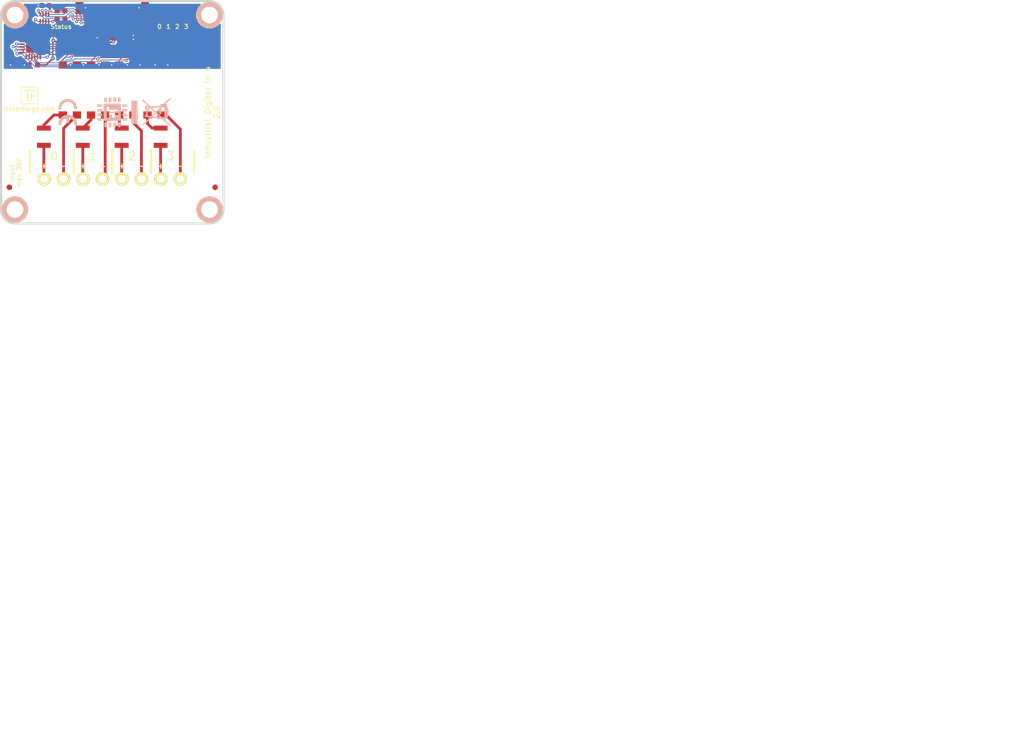
<source format=kicad_pcb>
(kicad_pcb (version 4) (host pcbnew 4.0.7-e2-6376~58~ubuntu17.04.1)
  (title_block (date "21 jan 2013"))
  (layers (0 Front signal hide) (31 Back signal hide) (34 B.Paste user) (35 F.Paste user) (36 B.SilkS user) (37 F.SilkS user) (38 B.Mask user) (39 F.Mask user) (44 Edge.Cuts user))
  (net 0 "")
  (net 1 3V3)
  (net 2 GND)
  (net 3 INPUT1)
  (net 4 INPUT2)
  (net 5 INPUT3)
  (net 6 INPUT4)
  (net 7 "Net-(P1-Pad4)")
  (net 8 "Net-(P1-Pad5)")
  (net 9 "Net-(P1-Pad6)")
  (net 10 "Net-(P2-Pad1)")
  (net 11 "Net-(R1-Pad1)")
  (net 12 "Net-(R2-Pad1)")
  (net 13 "Net-(R3-Pad1)")
  (net 14 "Net-(R4-Pad1)")
  (net 15 "Net-(C2-Pad1)")
  (net 16 "Net-(D1-Pad2)")
  (net 17 "Net-(D2-Pad2)")
  (net 18 "Net-(D3-Pad2)")
  (net 19 "Net-(D4-Pad2)")
  (net 20 "Net-(D5-Pad2)")
  (net 21 "Net-(P3-Pad2)")
  (net 22 "Net-(P4-Pad2)")
  (net 23 "Net-(P4-Pad3)")
  (net 24 "Net-(P4-Pad4)")
  (net 25 "Net-(P4-Pad1)")
  (net 26 "Net-(P4-Pad5)")
  (net 27 "Net-(P4-Pad6)")
  (net 28 "Net-(P4-Pad7)")
  (net 29 "Net-(P4-Pad8)")
  (net 30 "Net-(R5-Pad1)")
  (net 31 S-MISO)
  (net 32 S-CS)
  (net 33 S-CLK)
  (net 34 S-MOSI)
  (net 35 LED3)
  (net 36 LED2)
  (net 37 LED1)
  (net 38 LED0)
  (module kicad-libraries:WEEE_7mm (layer Back) (at 124.8 58.05 90)
    (fp_text reference VAL hide)
    (fp_text value WEEE_7mm hide)
  )
  (module kicad-libraries:CE_5mm (layer Back) (at 109.8 58.05 270)
    (fp_text reference VAL hide)
    (fp_text value CE_5mm hide)
  )
  (module kicad-libraries:Logo_31x31 (layer Front) (at 101.3 53.45)
    (fp_text reference G*** hide)
    (fp_text value Logo_31x31 hide)
  )
  (module kicad-libraries:Fiducial_Mark (layer Front) (at 135.8011 44.54906)
    (fp_text reference Fiducial_Mark hide)
    (fp_text value VAL** hide)
    (pad 1 smd circle (at 0 0) (size 1.00076 1.00076) (layers Front F.Paste F.Mask) (clearance 0.65024))
  )
  (module kicad-libraries:Fiducial_Mark (layer Front) (at 99.3 71.55)
    (fp_text reference Fiducial_Mark hide)
    (fp_text value VAL** hide)
    (pad 1 smd circle (at 0 0) (size 1.00076 1.00076) (layers Front F.Paste F.Mask) (clearance 0.65024))
  )
  (module C0805 (layer Front) (at 119.8 44.55)
    (fp_text reference C1)
    (fp_text value 10uF)
    (pad 1 smd rect (at -1.00076 0) (size 1.00076 1.24968) (layers Front F.Paste F.Mask) (net 1 3V3) (clearance 0.14986))
    (pad 2 smd rect (at 1.00076 0) (size 1.00076 1.24968) (layers Front F.Paste F.Mask) (net 2 GND) (clearance 0.14986))
  )
  (module C0402E (layer Front) (at 105.8 38.85 180)
    (fp_text reference C2)
    (fp_text value 220pF)
    (pad 1 smd rect (at -0.65 0 180) (size 0.7 0.9) (layers Front F.Paste F.Mask) (net 15 "Net-(C2-Pad1)"))
    (pad 2 smd rect (at 0.65 0 180) (size 0.7 0.9) (layers Front F.Paste F.Mask) (net 2 GND))
  )
  (module C0603F (layer Front) (at 116.6 44.65 180)
    (fp_text reference C3)
    (fp_text value 1uF)
    (pad 1 smd rect (at -0.75 0 180) (size 0.9 0.9) (layers Front F.Paste F.Mask) (net 1 3V3))
    (pad 2 smd rect (at 0.75 0 180) (size 0.9 0.9) (layers Front F.Paste F.Mask) (net 2 GND))
  )
  (module C0603F (layer Front) (at 103.6 49.55 180)
    (fp_text reference C4)
    (fp_text value 100nF)
    (pad 1 smd rect (at -0.75 0 180) (size 0.9 0.9) (layers Front F.Paste F.Mask) (net 1 3V3))
    (pad 2 smd rect (at 0.75 0 180) (size 0.9 0.9) (layers Front F.Paste F.Mask) (net 2 GND))
  )
  (module D0603F (layer Front) (at 109.3 40.55 90)
    (fp_text reference D1)
    (fp_text value blue)
    (pad 1 smd rect (at -0.75 0 90) (size 0.9 0.9) (layers Front F.Paste F.Mask) (net 1 3V3))
    (pad 2 smd rect (at 0.75 0 90) (size 0.9 0.9) (layers Front F.Paste F.Mask) (net 16 "Net-(D1-Pad2)"))
  )
  (module D0603F (layer Front) (at 126.3 40.55 270)
    (fp_text reference D2)
    (fp_text value green)
    (pad 1 smd rect (at -0.75 0 270) (size 0.9 0.9) (layers Front F.Paste F.Mask) (net 1 3V3))
    (pad 2 smd rect (at 0.75 0 270) (size 0.9 0.9) (layers Front F.Paste F.Mask) (net 17 "Net-(D2-Pad2)"))
  )
  (module D0603F (layer Front) (at 127.9 40.55 270)
    (fp_text reference D3)
    (fp_text value green)
    (pad 1 smd rect (at -0.75 0 270) (size 0.9 0.9) (layers Front F.Paste F.Mask) (net 1 3V3))
    (pad 2 smd rect (at 0.75 0 270) (size 0.9 0.9) (layers Front F.Paste F.Mask) (net 18 "Net-(D3-Pad2)"))
  )
  (module D0603F (layer Front) (at 129.5 40.55 270)
    (fp_text reference D4)
    (fp_text value green)
    (pad 1 smd rect (at -0.75 0 270) (size 0.9 0.9) (layers Front F.Paste F.Mask) (net 1 3V3))
    (pad 2 smd rect (at 0.75 0 270) (size 0.9 0.9) (layers Front F.Paste F.Mask) (net 19 "Net-(D4-Pad2)"))
  )
  (module D0603F (layer Front) (at 131.1 40.55 270)
    (fp_text reference D5)
    (fp_text value green)
    (pad 1 smd rect (at -0.75 0 270) (size 0.9 0.9) (layers Front F.Paste F.Mask) (net 1 3V3))
    (pad 2 smd rect (at 0.75 0 270) (size 0.9 0.9) (layers Front F.Paste F.Mask) (net 20 "Net-(D5-Pad2)"))
  )
  (module CON-SENSOR2 (layer Front) (at 117.80012 38.0492 180)
    (fp_text reference P1)
    (fp_text value CON-SENSOR2)
    (pad 1 smd rect (at -3.75 -4.6 180) (size 0.6 1.8) (layers Front F.Paste F.Mask))
    (pad 2 smd rect (at -2.5 -4.6 180) (size 0.6 1.8) (layers Front F.Paste F.Mask) (net 2 GND))
    (pad EP smd rect (at -5.9 -1.2 180) (size 1.4 2.4) (layers Front F.Paste F.Mask) (net 2 GND))
    (pad EP smd rect (at 5.9 -1.2 180) (size 1.4 2.4) (layers Front F.Paste F.Mask) (net 2 GND))
    (pad 3 smd rect (at -1.25 -4.6 180) (size 0.6 1.8) (layers Front F.Paste F.Mask) (net 1 3V3))
    (pad 4 smd rect (at 0 -4.6 180) (size 0.6 1.8) (layers Front F.Paste F.Mask) (net 7 "Net-(P1-Pad4)"))
    (pad 5 smd rect (at 1.25 -4.6 180) (size 0.6 1.8) (layers Front F.Paste F.Mask) (net 8 "Net-(P1-Pad5)"))
    (pad 6 smd rect (at 2.5 -4.6 180) (size 0.6 1.8) (layers Front F.Paste F.Mask) (net 9 "Net-(P1-Pad6)"))
    (pad 7 smd rect (at 3.75 -4.6 180) (size 0.6 1.8) (layers Front F.Paste F.Mask) (net 15 "Net-(C2-Pad1)"))
  )
  (module kicad-libraries:DEBUG_PAD (layer Front) (at 99.8 44.45)
    (fp_text reference P2)
    (fp_text value DEBUG)
    (pad 1 smd circle (at 0 0) (size 0.7 0.7) (layers Front F.Paste F.Mask) (net 10 "Net-(P2-Pad1)"))
  )
  (module kicad-libraries:SolderJumper (layer Front) (at 100.6 49.05 90)
    (fp_text reference P3)
    (fp_text value BOOT)
    (pad 2 smd rect (at 0.55 0 90) (size 0.3 1.4) (layers Front F.Mask) (net 21 "Net-(P3-Pad2)"))
    (pad 2 smd rect (at 0.15 0 90) (size 0.6 0.5) (layers Front F.Mask) (net 21 "Net-(P3-Pad2)"))
    (pad 1 smd rect (at -0.5 0 90) (size 0.4 1.4) (layers Front F.Mask) (net 2 GND))
    (pad 1 smd rect (at -0.225 0.55 90) (size 0.95 0.3) (layers Front F.Mask) (net 2 GND))
    (pad 1 smd rect (at -0.225 -0.55 90) (size 0.95 0.3) (layers Front F.Mask) (net 2 GND))
  )
  (module OQ_8P (layer Front) (at 117.8 70.05)
    (fp_text reference P4)
    (fp_text value "Digital Input")
    (pad 2 thru_hole circle (at -8.7503 0) (size 2.4003 2.4003) (drill 1.39954) (layers *.Cu *.Mask F.SilkS) (net 22 "Net-(P4-Pad2)"))
    (pad 3 thru_hole circle (at -5.25018 0) (size 2.4003 2.4003) (drill 1.39954) (layers *.Cu *.Mask F.SilkS) (net 23 "Net-(P4-Pad3)"))
    (pad 4 thru_hole circle (at -1.75006 0) (size 2.4003 2.4003) (drill 1.39954) (layers *.Cu *.Mask F.SilkS) (net 24 "Net-(P4-Pad4)"))
    (pad 1 thru_hole circle (at -12.25042 0) (size 2.4003 2.4003) (drill 1.39954) (layers *.Cu *.Mask F.SilkS) (net 25 "Net-(P4-Pad1)"))
    (pad 5 thru_hole circle (at 1.75006 0) (size 2.4003 2.4003) (drill 1.39954) (layers *.Cu *.Mask F.SilkS) (net 26 "Net-(P4-Pad5)"))
    (pad 6 thru_hole circle (at 5.25018 0) (size 2.4003 2.4003) (drill 1.39954) (layers *.Cu *.Mask F.SilkS) (net 27 "Net-(P4-Pad6)"))
    (pad 7 thru_hole circle (at 8.7503 0) (size 2.4003 2.4003) (drill 1.39954) (layers *.Cu *.Mask F.SilkS) (net 28 "Net-(P4-Pad7)"))
    (pad 8 thru_hole circle (at 12.25042 0) (size 2.4003 2.4003) (drill 1.39954) (layers *.Cu *.Mask F.SilkS) (net 29 "Net-(P4-Pad8)"))
  )
  (module R0603F (layer Front) (at 107.9 40.55 90)
    (fp_text reference R1)
    (fp_text value 1k)
    (pad 1 smd rect (at -0.75 0 90) (size 0.9 0.9) (layers Front F.Paste F.Mask) (net 11 "Net-(R1-Pad1)"))
    (pad 2 smd rect (at 0.75 0 90) (size 0.9 0.9) (layers Front F.Paste F.Mask) (net 16 "Net-(D1-Pad2)"))
  )
  (module R1210 (layer Front) (at 105.5 62.45 270)
    (fp_text reference R2)
    (fp_text value 4.7k)
    (pad 1 smd rect (at -1.5494 0 270) (size 0.89916 2.49936) (layers Front F.Paste F.Mask) (net 12 "Net-(R2-Pad1)") (clearance 0.14986))
    (pad 2 smd rect (at 1.5494 0 270) (size 0.89916 2.49936) (layers Front F.Paste F.Mask) (net 25 "Net-(P4-Pad1)") (clearance 0.14986))
  )
  (module R1210 (layer Front) (at 112.5 62.45 270)
    (fp_text reference R3)
    (fp_text value 4.7k)
    (pad 1 smd rect (at -1.5494 0 270) (size 0.89916 2.49936) (layers Front F.Paste F.Mask) (net 13 "Net-(R3-Pad1)") (clearance 0.14986))
    (pad 2 smd rect (at 1.5494 0 270) (size 0.89916 2.49936) (layers Front F.Paste F.Mask) (net 23 "Net-(P4-Pad3)") (clearance 0.14986))
  )
  (module R1210 (layer Front) (at 119.5 62.45 270)
    (fp_text reference R4)
    (fp_text value 4.7k)
    (pad 1 smd rect (at -1.5494 0 270) (size 0.89916 2.49936) (layers Front F.Paste F.Mask) (net 14 "Net-(R4-Pad1)") (clearance 0.14986))
    (pad 2 smd rect (at 1.5494 0 270) (size 0.89916 2.49936) (layers Front F.Paste F.Mask) (net 26 "Net-(P4-Pad5)") (clearance 0.14986))
  )
  (module R1210 (layer Front) (at 126.5 62.45 270)
    (fp_text reference R5)
    (fp_text value 4.7k)
    (pad 1 smd rect (at -1.5494 0 270) (size 0.89916 2.49936) (layers Front F.Paste F.Mask) (net 30 "Net-(R5-Pad1)") (clearance 0.14986))
    (pad 2 smd rect (at 1.5494 0 270) (size 0.89916 2.49936) (layers Front F.Paste F.Mask) (net 28 "Net-(P4-Pad7)") (clearance 0.14986))
  )
  (module 4X0402 (layer Front) (at 105.6 41.05)
    (fp_text reference RP1)
    (fp_text value 82)
    (pad 1 smd rect (at -0.7493 0.575 180) (size 0.29972 0.65) (layers Front F.Paste F.Mask) (net 32 S-CS))
    (pad 2 smd rect (at -0.24892 0.575 180) (size 0.29972 0.65) (layers Front F.Paste F.Mask) (net 33 S-CLK))
    (pad 3 smd rect (at 0.24892 0.575 180) (size 0.29972 0.65) (layers Front F.Paste F.Mask) (net 34 S-MOSI))
    (pad 4 smd rect (at 0.7493 0.575 180) (size 0.29972 0.65) (layers Front F.Paste F.Mask) (net 31 S-MISO))
    (pad 5 smd rect (at 0.7493 -0.575) (size 0.29972 0.65) (layers Front F.Paste F.Mask) (net 15 "Net-(C2-Pad1)"))
    (pad 6 smd rect (at 0.24892 -0.575) (size 0.29972 0.65) (layers Front F.Paste F.Mask) (net 9 "Net-(P1-Pad6)"))
    (pad 7 smd rect (at -0.24892 -0.575) (size 0.29972 0.65) (layers Front F.Paste F.Mask) (net 8 "Net-(P1-Pad5)"))
    (pad 8 smd rect (at -0.7493 -0.575) (size 0.29972 0.65) (layers Front F.Paste F.Mask) (net 7 "Net-(P1-Pad4)"))
  )
  (module 0603X4 (layer Front) (at 124.7 45.55 90)
    (fp_text reference RP2)
    (fp_text value 1k)
    (pad 1 smd rect (at 1.19888 -0.8509 90) (size 0.44958 0.89916) (layers Front F.Paste F.Mask) (net 38 LED0))
    (pad 2 smd rect (at 0.39878 -0.8509 90) (size 0.44958 0.89916) (layers Front F.Paste F.Mask) (net 37 LED1))
    (pad 3 smd rect (at -0.39878 -0.8509 90) (size 0.44958 0.89916) (layers Front F.Paste F.Mask) (net 36 LED2))
    (pad 4 smd rect (at -1.19888 -0.8509 90) (size 0.44958 0.89916) (layers Front F.Paste F.Mask) (net 35 LED3))
    (pad 5 smd rect (at -1.19888 0.8509 90) (size 0.44958 0.89916) (layers Front F.Paste F.Mask) (net 20 "Net-(D5-Pad2)"))
    (pad 6 smd rect (at -0.39878 0.8509 90) (size 0.44958 0.89916) (layers Front F.Paste F.Mask) (net 19 "Net-(D4-Pad2)"))
    (pad 7 smd rect (at 0.39878 0.8509 90) (size 0.44958 0.89916) (layers Front F.Paste F.Mask) (net 18 "Net-(D3-Pad2)"))
    (pad 8 smd rect (at 1.19888 0.8509 90) (size 0.44958 0.89916) (layers Front F.Paste F.Mask) (net 17 "Net-(D2-Pad2)"))
  )
  (module 0603X4 (layer Front) (at 130.1 48.35 90)
    (fp_text reference RP3)
    (fp_text value 10k)
    (pad 1 smd rect (at 1.19888 -0.8509 90) (size 0.44958 0.89916) (layers Front F.Paste F.Mask) (net 3 INPUT1))
    (pad 2 smd rect (at 0.39878 -0.8509 90) (size 0.44958 0.89916) (layers Front F.Paste F.Mask) (net 4 INPUT2))
    (pad 3 smd rect (at -0.39878 -0.8509 90) (size 0.44958 0.89916) (layers Front F.Paste F.Mask) (net 5 INPUT3))
    (pad 4 smd rect (at -1.19888 -0.8509 90) (size 0.44958 0.89916) (layers Front F.Paste F.Mask) (net 6 INPUT4))
    (pad 5 smd rect (at -1.19888 0.8509 90) (size 0.44958 0.89916) (layers Front F.Paste F.Mask) (net 1 3V3))
    (pad 6 smd rect (at -0.39878 0.8509 90) (size 0.44958 0.89916) (layers Front F.Paste F.Mask) (net 1 3V3))
    (pad 7 smd rect (at 0.39878 0.8509 90) (size 0.44958 0.89916) (layers Front F.Paste F.Mask) (net 1 3V3))
    (pad 8 smd rect (at 1.19888 0.8509 90) (size 0.44958 0.89916) (layers Front F.Paste F.Mask) (net 1 3V3))
  )
  (module kicad-libraries:QFN24-4x4mm-0.5mm (layer Front) (at 103.6 46.05)
    (fp_text reference U1)
    (fp_text value XMC1XXX24)
    (pad 1 smd oval (at -2.025 -1.25) (size 1 0.3) (layers Front F.Paste F.Mask) (net 10 "Net-(P2-Pad1)"))
    (pad 2 smd oval (at -2.025 -0.75) (size 1 0.3) (layers Front F.Paste F.Mask))
    (pad 3 smd oval (at -2.025 -0.25) (size 1 0.3) (layers Front F.Paste F.Mask) (net 3 INPUT1))
    (pad 4 smd oval (at -2.025 0.25) (size 1 0.3) (layers Front F.Paste F.Mask) (net 4 INPUT2))
    (pad 5 smd oval (at -2.025 0.75) (size 1 0.3) (layers Front F.Paste F.Mask) (net 5 INPUT3))
    (pad 6 smd oval (at -2.025 1.25) (size 1 0.3) (layers Front F.Paste F.Mask) (net 6 INPUT4))
    (pad 7 smd oval (at -1.25 2.025 90) (size 1 0.3) (layers Front F.Paste F.Mask) (net 21 "Net-(P3-Pad2)"))
    (pad 8 smd oval (at -0.75 2.025 90) (size 1 0.3) (layers Front F.Paste F.Mask))
    (pad 9 smd oval (at -0.25 2.025 90) (size 1 0.3) (layers Front F.Paste F.Mask) (net 2 GND))
    (pad 10 smd oval (at 0.25 2.025 90) (size 1 0.3) (layers Front F.Paste F.Mask) (net 1 3V3))
    (pad 11 smd oval (at 0.75 2.025 90) (size 1 0.3) (layers Front F.Paste F.Mask))
    (pad 12 smd oval (at 1.25 2.025 90) (size 1 0.3) (layers Front F.Paste F.Mask))
    (pad 13 smd oval (at 2.025 1.25) (size 1 0.3) (layers Front F.Paste F.Mask) (net 35 LED3))
    (pad 14 smd oval (at 2.025 0.75) (size 1 0.3) (layers Front F.Paste F.Mask) (net 36 LED2))
    (pad 15 smd oval (at 2.025 0.25) (size 1 0.3) (layers Front F.Paste F.Mask) (net 37 LED1))
    (pad 16 smd oval (at 2.025 -0.25) (size 1 0.3) (layers Front F.Paste F.Mask) (net 38 LED0))
    (pad 17 smd oval (at 2.025 -0.75) (size 1 0.3) (layers Front F.Paste F.Mask) (net 31 S-MISO))
    (pad 18 smd oval (at 2.025 -1.25) (size 1 0.3) (layers Front F.Paste F.Mask) (net 34 S-MOSI))
    (pad 19 smd oval (at 1.25 -2.025 90) (size 1 0.3) (layers Front F.Paste F.Mask) (net 33 S-CLK))
    (pad 20 smd oval (at 0.75 -2.025 90) (size 1 0.3) (layers Front F.Paste F.Mask) (net 32 S-CS))
    (pad 21 smd oval (at 0.25 -2.025 90) (size 1 0.3) (layers Front F.Paste F.Mask) (net 11 "Net-(R1-Pad1)"))
    (pad 22 smd oval (at -0.25 -2.025 90) (size 1 0.3) (layers Front F.Paste F.Mask))
    (pad 23 smd oval (at -0.75 -2.025 90) (size 1 0.3) (layers Front F.Paste F.Mask))
    (pad 24 smd oval (at -1.25 -2.025 90) (size 1 0.3) (layers Front F.Paste F.Mask))
    (pad EXP smd rect (at 0.65 0.65) (size 1.3 1.3) (layers Front F.Paste F.Mask) (net 2 GND))
    (pad EXP smd rect (at 0.65 -0.65) (size 1.3 1.3) (layers Front F.Paste F.Mask) (net 2 GND))
    (pad EXP smd rect (at -0.65 0.65) (size 1.3 1.3) (layers Front F.Paste F.Mask) (net 2 GND))
    (pad EXP smd rect (at -0.65 -0.65) (size 1.3 1.3) (layers Front F.Paste F.Mask) (net 2 GND))
  )
  (module OPTO-SMD16 (layer Front) (at 117.8 54.05)
    (fp_text reference U2)
    (fp_text value LTV846S)
    (pad 1 smd rect (at -8.88746 4.49834 180) (size 1.4986 1.29794) (layers Front F.Paste F.Mask) (net 12 "Net-(R2-Pad1)"))
    (pad 2 smd rect (at -6.34746 4.49834 180) (size 1.4986 1.29794) (layers Front F.Paste F.Mask) (net 22 "Net-(P4-Pad2)"))
    (pad 3 smd rect (at -3.80746 4.49834 180) (size 1.4986 1.29794) (layers Front F.Paste F.Mask) (net 13 "Net-(R3-Pad1)"))
    (pad 4 smd rect (at -1.26746 4.49834 180) (size 1.4986 1.29794) (layers Front F.Paste F.Mask) (net 24 "Net-(P4-Pad4)"))
    (pad 5 smd rect (at 1.26746 4.49834 180) (size 1.4986 1.29794) (layers Front F.Paste F.Mask) (net 14 "Net-(R4-Pad1)"))
    (pad 6 smd rect (at 3.80746 4.49834 180) (size 1.4986 1.29794) (layers Front F.Paste F.Mask) (net 27 "Net-(P4-Pad6)"))
    (pad 7 smd rect (at 6.34746 4.49834 180) (size 1.4986 1.29794) (layers Front F.Paste F.Mask) (net 30 "Net-(R5-Pad1)"))
    (pad 8 smd rect (at 8.88746 4.49834 180) (size 1.4986 1.29794) (layers Front F.Paste F.Mask) (net 29 "Net-(P4-Pad8)"))
    (pad 9 smd rect (at 8.88746 -4.49834) (size 1.4986 1.29794) (layers Front F.Paste F.Mask) (net 2 GND))
    (pad 10 smd rect (at 6.34746 -4.49834) (size 1.4986 1.29794) (layers Front F.Paste F.Mask) (net 6 INPUT4))
    (pad 11 smd rect (at 3.80746 -4.49834) (size 1.4986 1.29794) (layers Front F.Paste F.Mask) (net 2 GND))
    (pad 12 smd rect (at 1.26746 -4.49834) (size 1.4986 1.29794) (layers Front F.Paste F.Mask) (net 5 INPUT3))
    (pad 13 smd rect (at -1.26746 -4.49834) (size 1.4986 1.29794) (layers Front F.Paste F.Mask) (net 2 GND))
    (pad 14 smd rect (at -3.80746 -4.49834) (size 1.4986 1.29794) (layers Front F.Paste F.Mask) (net 4 INPUT2))
    (pad 15 smd rect (at -6.34746 -4.49834) (size 1.4986 1.29794) (layers Front F.Paste F.Mask) (net 2 GND))
    (pad 16 smd rect (at -8.88746 -4.49834) (size 1.4986 1.29794) (layers Front F.Paste F.Mask) (net 3 INPUT1))
  )
  (module DRILL_NP (layer Front) (at 100.29952 40.5511)
    (fp_text reference U3 hide)
    (fp_text value DRILL hide)
    (pad "" np_thru_hole circle (at 0 0) (size 2.99974 2.99974) (drill 2.99974) (layers *.Cu *.Mask F.SilkS) (clearance 0.89916))
  )
  (module DRILL_NP (layer Front) (at 135.30072 40.5511)
    (fp_text reference U4 hide)
    (fp_text value DRILL hide)
    (pad "" np_thru_hole circle (at 0 0) (size 2.99974 2.99974) (drill 2.99974) (layers *.Cu *.Mask F.SilkS) (clearance 0.89916))
  )
  (module DRILL_NP (layer Front) (at 135.30072 75.54976)
    (fp_text reference U5 hide)
    (fp_text value DRILL hide)
    (pad "" np_thru_hole circle (at 0 0) (size 2.99974 2.99974) (drill 2.99974) (layers *.Cu *.Mask F.SilkS) (clearance 0.89916))
  )
  (module DRILL_NP (layer Front) (at 100.29952 75.54976)
    (fp_text reference U6 hide)
    (fp_text value DRILL hide)
    (pad "" np_thru_hole circle (at 0 0) (size 2.99974 2.99974) (drill 2.99974) (layers *.Cu *.Mask F.SilkS) (clearance 0.89916))
  )
  (module kicad-libraries:Logo_CoMCU (layer Back) (at 117.8 58.05 270)
    (fp_text reference G*** hide)
    (fp_text value LOGO hide)
  )
  (module kicad-libraries:Fiducial_Mark (layer Front) (at 136.3 71.55)
    (fp_text reference Fiducial_Mark hide)
    (fp_text value VAL** hide)
    (pad 1 smd circle (at 0 0) (size 1.00076 1.00076) (layers Front F.Paste F.Mask) (clearance 0.65024))
  )
  (gr_text 3 (at 131.1 42.65) (layer F.SilkS) (effects (font (size 0.8001 0.8001) (thickness 0.14986))))
  (gr_text 2 (at 129.5 42.65) (layer F.SilkS) (effects (font (size 0.8001 0.8001) (thickness 0.14986))))
  (gr_text 1 (at 127.9 42.65) (layer F.SilkS) (effects (font (size 0.8001 0.8001) (thickness 0.14986))))
  (gr_text 0 (at 126.3 42.65) (layer F.SilkS) (effects (font (size 0.8001 0.8001) (thickness 0.14986))))
  (gr_text Status (at 108.6 42.65) (layer F.SilkS) (effects (font (size 0.8001 0.8001) (thickness 0.14986))))
  (gr_text "Input\nmax 36V" (at 100.4 68.95 90) (layer F.SilkS) (effects (font (size 0.8001 0.8001) (thickness 0.14986))))
  (gr_line (start 132.5499 68.84924) (end 132.5499 64.84874) (angle 90) (layer F.SilkS) (width 0.381))
  (gr_line (start 103.05034 68.84924) (end 103.05034 64.84874) (angle 90) (layer F.SilkS) (width 0.381))
  (gr_line (start 124.80036 68.84924) (end 124.80036 64.84874) (angle 90) (layer F.SilkS) (width 0.381))
  (gr_line (start 117.80012 68.84924) (end 117.80012 64.84874) (angle 90) (layer F.SilkS) (width 0.381))
  (gr_line (start 110.85068 68.84924) (end 110.85068 64.84874) (angle 90) (layer F.SilkS) (width 0.381))
  (gr_text 3 (at 128.30048 65.94856) (layer F.SilkS) (effects (font (size 1.50114 1.50114) (thickness 0.20066))))
  (gr_text 2 (at 121.35104 65.94856) (layer F.SilkS) (effects (font (size 1.50114 1.50114) (thickness 0.20066))))
  (gr_text 1 (at 114.3 65.94856) (layer F.SilkS) (effects (font (size 1.50114 1.50114) (thickness 0.20066))))
  (gr_text - (at 130.05054 67.69862) (layer F.SilkS) (effects (font (size 1.00076 1.00076) (thickness 0.20066))))
  (gr_text + (at 126.55042 67.69862) (layer F.SilkS) (effects (font (size 1.00076 1.00076) (thickness 0.20066))))
  (gr_text - (at 123.0503 67.69862) (layer F.SilkS) (effects (font (size 1.00076 1.00076) (thickness 0.20066))))
  (gr_text + (at 119.55018 67.69862) (layer F.SilkS) (effects (font (size 1.00076 1.00076) (thickness 0.20066))))
  (gr_text - (at 116.05006 67.74942) (layer F.SilkS) (effects (font (size 1.00076 1.00076) (thickness 0.20066))))
  (gr_text + (at 112.54994 67.69862) (layer F.SilkS) (effects (font (size 1.00076 1.00076) (thickness 0.20066))))
  (gr_text - (at 109.04982 67.69862) (layer F.SilkS) (effects (font (size 1.00076 1.00076) (thickness 0.20066))))
  (gr_text + (at 105.5497 67.69862) (layer F.SilkS) (effects (font (size 1.00076 1.00076) (thickness 0.20066))))
  (gr_text 0 (at 107.35056 65.94856) (layer F.SilkS) (effects (font (size 1.50114 1.50114) (thickness 0.20066))))
  (gr_text tinkerforge.com (at 102.9 57.45) (layer F.SilkS) (effects (font (size 0.8001 0.8001) (thickness 0.14986))))
  (gr_text "Industrial Digital In 4\n2.0" (at 135.8 58.05 90) (layer F.SilkS) (effects (font (size 1 1))))
  (gr_arc (start 100.29952 40.5511) (end 97.80016 40.5511) (angle 90) (layer Edge.Cuts) (width 0.381))
  (gr_arc (start 100.29952 75.54976) (end 100.29952 78.04912) (angle 90) (layer Edge.Cuts) (width 0.381))
  (gr_arc (start 135.29818 75.54976) (end 137.80008 75.54976) (angle 90) (layer Edge.Cuts) (width 0.381))
  (gr_arc (start 135.29818 40.5511) (end 135.29818 38.0492) (angle 90) (layer Edge.Cuts) (width 0.381))
  (gr_line (start 97.80016 40.5511) (end 97.80016 75.54976) (angle 90) (layer Edge.Cuts) (width 0.381))
  (gr_line (start 135.30072 38.0492) (end 100.29952 38.0492) (angle 90) (layer Edge.Cuts) (width 0.381))
  (gr_line (start 137.80262 75.54976) (end 137.80262 40.5511) (angle 90) (layer Edge.Cuts) (width 0.381))
  (gr_line (start 100.29952 78.04912) (end 135.30072 78.04912) (angle 90) (layer Edge.Cuts) (width 0.381))
  (segment (start 130.9509 48.74878) (end 131.80122 48.74878) (width 0.29972) (layer Front) (net 1))
  (segment (start 131.80122 48.74878) (end 132.3 48.25) (width 0.29972) (layer Front) (net 1))
  (segment (start 130.9509 47.95122) (end 131.89878 47.95122) (width 0.29972) (layer Front) (net 1))
  (segment (start 131.89878 47.95122) (end 132.3 47.55) (width 0.29972) (layer Front) (net 1))
  (segment (start 130.9509 47.15112) (end 131.89888 47.15112) (width 0.29972) (layer Front) (net 1))
  (segment (start 131.89888 47.15112) (end 132.3 46.75) (width 0.29972) (layer Front) (net 1))
  (segment (start 130.9509 49.54888) (end 131.70112 49.54888) (width 0.29972) (layer Front) (net 1))
  (segment (start 131.65 39.8) (end 131.1 39.8) (width 0.29972) (layer Front) (net 1))
  (segment (start 132.3 40.45) (end 131.65 39.8) (width 0.29972) (layer Front) (net 1))
  (segment (start 132.3 48.95) (end 132.3 48.25) (width 0.29972) (layer Front) (net 1))
  (segment (start 132.3 48.25) (end 132.3 47.55) (width 0.29972) (layer Front) (net 1))
  (segment (start 132.3 47.55) (end 132.3 46.75) (width 0.29972) (layer Front) (net 1))
  (segment (start 132.3 46.75) (end 132.3 40.45) (width 0.29972) (layer Front) (net 1))
  (segment (start 131.70112 49.54888) (end 132.3 48.95) (width 0.29972) (layer Front) (net 1))
  (segment (start 131.1 39.8) (end 129.5 39.8) (width 0.29972) (layer Front) (net 1))
  (segment (start 127.9 39.8) (end 129.5 39.8) (width 0.29972) (layer Front) (net 1))
  (segment (start 126.3 39.8) (end 127.9 39.8) (width 0.29972) (layer Front) (net 1))
  (segment (start 119.05012 42.6492) (end 119.05012 41.49988) (width 0.29972) (layer Front) (net 1))
  (segment (start 125.55 39.8) (end 126.3 39.8) (width 0.29972) (layer Front) (net 1))
  (segment (start 124.3 41.05) (end 125.55 39.8) (width 0.29972) (layer Front) (net 1))
  (segment (start 119.5 41.05) (end 124.3 41.05) (width 0.29972) (layer Front) (net 1))
  (segment (start 119.05012 41.49988) (end 119.5 41.05) (width 0.29972) (layer Front) (net 1))
  (segment (start 109.3 41.3) (end 109.3 42.05) (width 0.14986) (layer Front) (net 1))
  (segment (start 107.2 44.15) (end 107.2 45.15) (width 0.14986) (layer Front) (net 1))
  (segment (start 109.3 42.05) (end 107.2 44.15) (width 0.14986) (layer Front) (net 1))
  (segment (start 103.85 48.075) (end 103.85 48.7) (width 0.14986) (layer Front) (net 1))
  (segment (start 103.85 48.7) (end 104.35 49.2) (width 0.14986) (layer Front) (net 1))
  (segment (start 104.35 49.2) (end 104.35 49.55) (width 0.14986) (layer Front) (net 1))
  (segment (start 107.1 48.35) (end 107.1 45.25) (width 0.29972) (layer Back) (net 1))
  (via (at 118 45.35) (size 0.7) (drill 0.25) (layers Front Back) (net 1))
  (segment (start 118 44.65) (end 118 45.35) (width 0.50038) (layer Front) (net 1))
  (segment (start 105.9 49.55) (end 107.1 48.35) (width 0.29972) (layer Front) (net 1))
  (via (at 107.1 48.35) (size 0.7) (drill 0.25) (layers Front Back) (net 1))
  (segment (start 105.9 49.55) (end 104.35 49.55) (width 0.29972) (layer Front) (net 1))
  (segment (start 117.9 45.45) (end 118 45.35) (width 0.29972) (layer Front) (net 1))
  (segment (start 115.2 45.45) (end 117.9 45.45) (width 0.29972) (layer Front) (net 1))
  (segment (start 115.1 45.35) (end 115.2 45.45) (width 0.29972) (layer Front) (net 1))
  (segment (start 107.4 45.35) (end 115.1 45.35) (width 0.29972) (layer Front) (net 1))
  (segment (start 107.2 45.15) (end 107.4 45.35) (width 0.29972) (layer Front) (net 1))
  (via (at 107.2 45.15) (size 0.7) (drill 0.25) (layers Front Back) (net 1))
  (segment (start 107.1 45.25) (end 107.2 45.15) (width 0.29972) (layer Back) (net 1))
  (segment (start 117.35 44.65) (end 118 44.65) (width 0.50038) (layer Front) (net 1))
  (segment (start 118 44.65) (end 118.1 44.65) (width 0.50038) (layer Front) (net 1))
  (segment (start 118.1 44.65) (end 118.69924 44.65) (width 0.50038) (layer Front) (net 1))
  (segment (start 118.69924 44.65) (end 118.79924 44.55) (width 0.50038) (layer Front) (net 1))
  (segment (start 119.05012 42.6492) (end 119.05012 44.29912) (width 0.50038) (layer Front) (net 1))
  (segment (start 119.05012 44.29912) (end 118.79924 44.55) (width 0.50038) (layer Front) (net 1))
  (segment (start 100.6 49.55) (end 101.1 49.55) (width 0.14986) (layer Front) (net 2))
  (segment (start 101.1 49.55) (end 101.1 49.25) (width 0.14986) (layer Front) (net 2))
  (segment (start 101.1 49.25) (end 101.15 49.275) (width 0.14986) (layer Front) (net 2))
  (segment (start 100.05 49.275) (end 100.05 49.55) (width 0.14986) (layer Front) (net 2))
  (segment (start 100.05 49.55) (end 100.6 49.55) (width 0.14986) (layer Front) (net 2))
  (segment (start 105.15 38.85) (end 104.5 38.85) (width 0.29972) (layer Front) (net 2))
  (via (at 104.5 38.85) (size 0.7) (drill 0.25) (layers Front Back) (net 2))
  (segment (start 100.6 49.55) (end 99.5 49.55) (width 0.14986) (layer Front) (net 2))
  (via (at 99.5 49.55) (size 0.7) (drill 0.25) (layers Front Back) (net 2))
  (segment (start 104.25 45.4) (end 104.25 46.7) (width 0.14986) (layer Front) (net 2))
  (segment (start 102.95 45.4) (end 104.25 45.4) (width 0.14986) (layer Front) (net 2))
  (segment (start 102.95 46.7) (end 102.95 45.4) (width 0.14986) (layer Front) (net 2))
  (segment (start 103.35 48.075) (end 103.35 47.1) (width 0.14986) (layer Front) (net 2))
  (segment (start 103.35 47.1) (end 102.95 46.7) (width 0.14986) (layer Front) (net 2))
  (segment (start 103.35 48.075) (end 103.35 48.6) (width 0.14986) (layer Front) (net 2))
  (segment (start 103.35 48.6) (end 102.85 49.1) (width 0.14986) (layer Front) (net 2))
  (segment (start 102.85 49.1) (end 102.85 49.55) (width 0.14986) (layer Front) (net 2))
  (segment (start 102.85 49.55) (end 102 49.55) (width 0.50038) (layer Front) (net 2))
  (via (at 102 49.55) (size 0.7) (drill 0.25) (layers Front Back) (net 2))
  (segment (start 120.80076 44.55) (end 121.3 44.55) (width 0.50038) (layer Front) (net 2))
  (segment (start 121.3 44.55) (end 121.6 44.25) (width 0.50038) (layer Front) (net 2))
  (via (at 121.6 44.25) (size 0.7) (drill 0.25) (layers Front Back) (net 2))
  (segment (start 120.80076 44.55) (end 121.2 44.55) (width 0.50038) (layer Front) (net 2))
  (segment (start 121.2 44.55) (end 121.6 44.95) (width 0.50038) (layer Front) (net 2))
  (via (at 121.6 44.95) (size 0.7) (drill 0.25) (layers Front Back) (net 2))
  (segment (start 115.85 44.65) (end 115.1 44.65) (width 0.50038) (layer Front) (net 2))
  (via (at 115.1 44.65) (size 0.7) (drill 0.25) (layers Front Back) (net 2))
  (segment (start 120.30012 42.6492) (end 120.30012 43.55012) (width 0.50038) (layer Front) (net 2))
  (segment (start 120.30012 43.55012) (end 120.80076 44.05076) (width 0.50038) (layer Front) (net 2))
  (segment (start 120.80076 44.05076) (end 120.80076 44.55) (width 0.50038) (layer Front) (net 2))
  (segment (start 126.68746 49.55166) (end 127.79834 49.55166) (width 0.50038) (layer Front) (net 2))
  (via (at 127.8 49.55) (size 0.70104) (drill 0.24892) (layers Front Back) (net 2))
  (segment (start 127.79834 49.55166) (end 127.8 49.55) (width 0.50038) (layer Front) (net 2))
  (segment (start 126.68746 49.55166) (end 125.50166 49.55166) (width 0.50038) (layer Front) (net 2))
  (via (at 125.5 49.55) (size 0.70104) (drill 0.24892) (layers Front Back) (net 2))
  (segment (start 125.50166 49.55166) (end 125.5 49.55) (width 0.50038) (layer Front) (net 2))
  (segment (start 121.60746 49.55166) (end 122.79834 49.55166) (width 0.50038) (layer Front) (net 2))
  (via (at 122.8 49.55) (size 0.70104) (drill 0.24892) (layers Front Back) (net 2))
  (segment (start 122.79834 49.55166) (end 122.8 49.55) (width 0.50038) (layer Front) (net 2))
  (segment (start 121.60746 49.55166) (end 120.50166 49.55166) (width 0.50038) (layer Front) (net 2))
  (via (at 120.5 49.55) (size 0.70104) (drill 0.24892) (layers Front Back) (net 2))
  (segment (start 120.50166 49.55166) (end 120.5 49.55) (width 0.50038) (layer Front) (net 2))
  (segment (start 116.53254 49.55166) (end 117.69834 49.55166) (width 0.50038) (layer Front) (net 2))
  (via (at 117.7 49.55) (size 0.70104) (drill 0.24892) (layers Front Back) (net 2))
  (segment (start 117.69834 49.55166) (end 117.7 49.55) (width 0.50038) (layer Front) (net 2))
  (segment (start 116.53254 49.55166) (end 115.40166 49.55166) (width 0.50038) (layer Front) (net 2))
  (via (at 115.4 49.55) (size 0.70104) (drill 0.24892) (layers Front Back) (net 2))
  (segment (start 115.40166 49.55166) (end 115.4 49.55) (width 0.50038) (layer Front) (net 2))
  (segment (start 111.45254 49.55166) (end 110.30166 49.55166) (width 0.50038) (layer Front) (net 2))
  (via (at 110.3 49.55) (size 0.70104) (drill 0.24892) (layers Front Back) (net 2))
  (segment (start 110.30166 49.55166) (end 110.3 49.55) (width 0.50038) (layer Front) (net 2))
  (segment (start 111.45254 49.55166) (end 112.59834 49.55166) (width 0.50038) (layer Front) (net 2))
  (via (at 112.6 49.55) (size 0.70104) (drill 0.24892) (layers Front Back) (net 2))
  (segment (start 112.59834 49.55166) (end 112.6 49.55) (width 0.50038) (layer Front) (net 2))
  (segment (start 123.70012 39.2492) (end 122.6008 39.2492) (width 0.50038) (layer Front) (net 2))
  (via (at 122.6 39.25) (size 0.70104) (drill 0.24892) (layers Front Back) (net 2))
  (segment (start 122.6008 39.2492) (end 122.6 39.25) (width 0.50038) (layer Front) (net 2))
  (segment (start 111.90012 39.2492) (end 112.9992 39.2492) (width 0.50038) (layer Front) (net 2))
  (via (at 113 39.25) (size 0.70104) (drill 0.24892) (layers Front Back) (net 2))
  (segment (start 112.9992 39.2492) (end 113 39.25) (width 0.50038) (layer Front) (net 2))
  (segment (start 109.9 47.65) (end 106.6 47.65) (width 0.14986) (layer Front) (net 3))
  (segment (start 100.65 45.8) (end 101.575 45.8) (width 0.14986) (layer Front) (net 3))
  (segment (start 100.6 45.75) (end 100.65 45.8) (width 0.14986) (layer Front) (net 3))
  (via (at 100.6 45.75) (size 0.55) (drill 0.25) (layers Front Back) (net 3))
  (segment (start 101.8 45.75) (end 100.6 45.75) (width 0.14986) (layer Back) (net 3))
  (segment (start 104.2 48.15) (end 101.8 45.75) (width 0.14986) (layer Back) (net 3))
  (segment (start 106.1 48.15) (end 104.2 48.15) (width 0.14986) (layer Back) (net 3))
  (via (at 106.1 48.15) (size 0.55) (drill 0.25) (layers Front Back) (net 3))
  (segment (start 106.6 47.65) (end 106.1 48.15) (width 0.14986) (layer Front) (net 3))
  (segment (start 109.9 47.65) (end 127 47.65) (width 0.14986) (layer Front) (net 3))
  (segment (start 109.9 47.65) (end 108.91254 48.63746) (width 0.14986) (layer Front) (net 3))
  (segment (start 108.91254 49.55166) (end 108.91254 48.63746) (width 0.14986) (layer Front) (net 3))
  (segment (start 127.49888 47.15112) (end 127 47.65) (width 0.14986) (layer Front) (net 3))
  (segment (start 127.49888 47.15112) (end 129.2491 47.15112) (width 0.14986) (layer Front) (net 3))
  (segment (start 108.91254 49.03746) (end 108.91254 49.55166) (width 0.29972) (layer Front) (net 3))
  (segment (start 109.3 48.15) (end 108.3 49.15) (width 0.14986) (layer Back) (net 4))
  (segment (start 104.6 49.15) (end 101.7 46.25) (width 0.14986) (layer Back) (net 4))
  (segment (start 108.3 49.15) (end 104.6 49.15) (width 0.14986) (layer Back) (net 4))
  (segment (start 110.4 48.15) (end 109.3 48.15) (width 0.14986) (layer Back) (net 4))
  (segment (start 110.7 47.950139) (end 110.599861 47.950139) (width 0.14986) (layer Front) (net 4))
  (via (at 110.4 48.15) (size 0.55) (drill 0.25) (layers Front Back) (net 4))
  (segment (start 110.599861 47.950139) (end 110.4 48.15) (width 0.14986) (layer Front) (net 4))
  (segment (start 114.900139 47.950139) (end 110.7 47.950139) (width 0.14986) (layer Front) (net 4))
  (segment (start 100.05 46.3) (end 101.575 46.3) (width 0.14986) (layer Front) (net 4))
  (segment (start 101.7 46.25) (end 100 46.25) (width 0.14986) (layer Back) (net 4))
  (via (at 100 46.25) (size 0.55) (drill 0.25) (layers Front Back) (net 4))
  (segment (start 100 46.25) (end 100.05 46.3) (width 0.14986) (layer Front) (net 4))
  (segment (start 114.900278 47.95) (end 114.900139 47.950139) (width 0.14986) (layer Front) (net 4))
  (segment (start 114.900139 47.950139) (end 113.99254 48.857738) (width 0.14986) (layer Front) (net 4))
  (segment (start 113.99254 48.857738) (end 113.99254 49.55166) (width 0.14986) (layer Front) (net 4))
  (segment (start 128.6 47.95) (end 114.900278 47.95) (width 0.14986) (layer Front) (net 4))
  (segment (start 129.2491 47.95122) (end 128.60122 47.95122) (width 0.14986) (layer Front) (net 4))
  (segment (start 128.6 47.95) (end 128.60122 47.95122) (width 0.14986) (layer Front) (net 4))
  (segment (start 110.8 48.65) (end 109.5 48.65) (width 0.14986) (layer Back) (net 5))
  (segment (start 108.6 49.55) (end 104.3 49.55) (width 0.14986) (layer Back) (net 5))
  (segment (start 109.5 48.65) (end 108.6 49.55) (width 0.14986) (layer Back) (net 5))
  (segment (start 115.2 48.45) (end 111 48.45) (width 0.14986) (layer Back) (net 5))
  (segment (start 111 48.45) (end 110.8 48.65) (width 0.14986) (layer Back) (net 5))
  (segment (start 119.5 48.25) (end 115.4 48.25) (width 0.14986) (layer Front) (net 5))
  (segment (start 100.55 46.8) (end 101.575 46.8) (width 0.14986) (layer Front) (net 5))
  (segment (start 104.3 49.55) (end 101.6 46.85) (width 0.14986) (layer Back) (net 5))
  (segment (start 101.6 46.85) (end 100.5 46.85) (width 0.14986) (layer Back) (net 5))
  (via (at 100.5 46.85) (size 0.55) (drill 0.25) (layers Front Back) (net 5))
  (segment (start 100.5 46.85) (end 100.55 46.8) (width 0.14986) (layer Front) (net 5))
  (via (at 115.2 48.45) (size 0.55) (drill 0.25) (layers Front Back) (net 5))
  (segment (start 115.4 48.25) (end 115.2 48.45) (width 0.14986) (layer Front) (net 5))
  (segment (start 129.2491 48.74878) (end 128.69878 48.74878) (width 0.14986) (layer Front) (net 5))
  (segment (start 119.06746 48.68254) (end 119.06746 49.55166) (width 0.14986) (layer Front) (net 5))
  (segment (start 119.5 48.25) (end 119.06746 48.68254) (width 0.14986) (layer Front) (net 5))
  (segment (start 128.2 48.25) (end 119.5 48.25) (width 0.14986) (layer Front) (net 5))
  (segment (start 128.69878 48.74878) (end 128.2 48.25) (width 0.14986) (layer Front) (net 5))
  (segment (start 119.06746 49.55166) (end 119.06746 49.11746) (width 0.29972) (layer Front) (net 5))
  (segment (start 111.4 48.95) (end 110.2 48.95) (width 0.14986) (layer Back) (net 6))
  (segment (start 124.6 48.55) (end 120.5 48.55) (width 0.14986) (layer Front) (net 6))
  (segment (start 115.8 48.65) (end 115.5 48.95) (width 0.14986) (layer Back) (net 6))
  (segment (start 120.2 48.65) (end 115.8 48.65) (width 0.14986) (layer Back) (net 6))
  (segment (start 120.3 48.75) (end 120.2 48.65) (width 0.14986) (layer Back) (net 6))
  (via (at 120.3 48.75) (size 0.55) (drill 0.25) (layers Front Back) (net 6))
  (segment (start 120.5 48.55) (end 120.3 48.75) (width 0.14986) (layer Front) (net 6))
  (segment (start 111.4 48.95) (end 115.5 48.95) (width 0.14986) (layer Back) (net 6))
  (segment (start 100.95 47.3) (end 101.575 47.3) (width 0.14986) (layer Front) (net 6))
  (segment (start 100.7 47.55) (end 100.95 47.3) (width 0.14986) (layer Front) (net 6))
  (via (at 100.7 47.55) (size 0.55) (drill 0.25) (layers Front Back) (net 6))
  (segment (start 101.6 47.55) (end 100.7 47.55) (width 0.14986) (layer Back) (net 6))
  (segment (start 103.9 49.85) (end 101.6 47.55) (width 0.14986) (layer Back) (net 6))
  (segment (start 108.9 49.85) (end 103.9 49.85) (width 0.14986) (layer Back) (net 6))
  (segment (start 109.8 48.95) (end 108.9 49.85) (width 0.14986) (layer Back) (net 6))
  (segment (start 110.2 48.95) (end 109.8 48.95) (width 0.14986) (layer Back) (net 6))
  (segment (start 129.2491 49.54888) (end 128.79888 49.54888) (width 0.14986) (layer Front) (net 6))
  (segment (start 124.6 48.55) (end 124.14746 49.00254) (width 0.14986) (layer Front) (net 6))
  (segment (start 127.8 48.55) (end 124.6 48.55) (width 0.14986) (layer Front) (net 6))
  (segment (start 128.79888 49.54888) (end 127.8 48.55) (width 0.14986) (layer Front) (net 6))
  (segment (start 124.14746 49.00254) (end 124.14746 49.55166) (width 0.14986) (layer Front) (net 6))
  (segment (start 110.3 40.75) (end 109.9 41.15) (width 0.14986) (layer Back) (net 7))
  (segment (start 105.5 41.15) (end 104.5 40.15) (width 0.14986) (layer Back) (net 7))
  (segment (start 109.9 41.15) (end 105.5 41.15) (width 0.14986) (layer Back) (net 7))
  (segment (start 117.80012 42.6492) (end 117.80012 41.55012) (width 0.14986) (layer Front) (net 7))
  (via (at 104.5 39.75) (size 0.55) (drill 0.25) (layers Front Back) (net 7))
  (segment (start 104.5 40.15) (end 104.5 39.75) (width 0.14986) (layer Back) (net 7))
  (segment (start 104.5 39.85) (end 104.8507 40.2007) (width 0.14986) (layer Front) (net 7))
  (segment (start 104.5 39.85) (end 104.5 39.75) (width 0.14986) (layer Front) (net 7))
  (via (at 110.3 40.75) (size 0.55) (drill 0.25) (layers Front Back) (net 7))
  (segment (start 117 40.75) (end 110.3 40.75) (width 0.14986) (layer Front) (net 7))
  (segment (start 117.80012 41.55012) (end 117 40.75) (width 0.14986) (layer Front) (net 7))
  (segment (start 104.8507 40.475) (end 104.8507 40.2007) (width 0.14986) (layer Front) (net 7))
  (segment (start 116.55012 42.6492) (end 116.55012 41.50012) (width 0.14986) (layer Front) (net 8))
  (segment (start 105.35108 39.90108) (end 105.2 39.75) (width 0.14986) (layer Front) (net 8))
  (via (at 105.2 39.75) (size 0.55) (drill 0.25) (layers Front Back) (net 8))
  (segment (start 105.35108 39.90108) (end 105.35108 40.475) (width 0.14986) (layer Front) (net 8))
  (segment (start 105.2 40.15) (end 105.2 39.75) (width 0.14986) (layer Back) (net 8))
  (segment (start 105.9 40.85) (end 105.2 40.15) (width 0.14986) (layer Back) (net 8))
  (segment (start 109.4 40.85) (end 105.9 40.85) (width 0.14986) (layer Back) (net 8))
  (segment (start 110.1 40.15) (end 109.4 40.85) (width 0.14986) (layer Back) (net 8))
  (segment (start 110.5 40.15) (end 110.1 40.15) (width 0.14986) (layer Back) (net 8))
  (segment (start 110.8 40.45) (end 110.5 40.15) (width 0.14986) (layer Back) (net 8))
  (segment (start 110.8 41.25) (end 110.8 40.45) (width 0.14986) (layer Back) (net 8))
  (via (at 110.8 41.25) (size 0.55) (drill 0.25) (layers Front Back) (net 8))
  (segment (start 110.9 41.15) (end 110.8 41.25) (width 0.14986) (layer Front) (net 8))
  (segment (start 116.2 41.15) (end 110.9 41.15) (width 0.14986) (layer Front) (net 8))
  (segment (start 116.55012 41.50012) (end 116.2 41.15) (width 0.14986) (layer Front) (net 8))
  (segment (start 115.30012 42.6492) (end 115.30012 41.75012) (width 0.14986) (layer Front) (net 9))
  (segment (start 115.30012 41.75012) (end 115 41.45) (width 0.14986) (layer Front) (net 9))
  (segment (start 115 41.45) (end 111.7 41.45) (width 0.14986) (layer Front) (net 9))
  (segment (start 111.7 41.45) (end 111.4 41.75) (width 0.14986) (layer Front) (net 9))
  (via (at 111.4 41.75) (size 0.55) (drill 0.25) (layers Front Back) (net 9))
  (segment (start 111.4 41.75) (end 111.4 40.45) (width 0.14986) (layer Back) (net 9))
  (segment (start 111.4 40.45) (end 110.8 39.85) (width 0.14986) (layer Back) (net 9))
  (segment (start 110.8 39.85) (end 109.7 39.85) (width 0.14986) (layer Back) (net 9))
  (segment (start 109.7 39.85) (end 109.1 40.45) (width 0.14986) (layer Back) (net 9))
  (segment (start 109.1 40.45) (end 106.3 40.45) (width 0.14986) (layer Back) (net 9))
  (segment (start 106.3 40.45) (end 105.9 40.05) (width 0.14986) (layer Back) (net 9))
  (segment (start 105.9 40.05) (end 105.9 39.75) (width 0.14986) (layer Back) (net 9))
  (segment (start 105.84892 40.475) (end 105.84892 39.80108) (width 0.14986) (layer Front) (net 9))
  (via (at 105.9 39.75) (size 0.55) (drill 0.25) (layers Front Back) (net 9))
  (segment (start 105.84892 39.80108) (end 105.9 39.75) (width 0.14986) (layer Front) (net 9))
  (segment (start 101.575 44.8) (end 100.75 44.8) (width 0.14986) (layer Front) (net 10))
  (segment (start 100.4 44.45) (end 99.8 44.45) (width 0.14986) (layer Front) (net 10))
  (segment (start 100.75 44.8) (end 100.4 44.45) (width 0.14986) (layer Front) (net 10))
  (segment (start 103.85 44.025) (end 103.85 41.5) (width 0.14986) (layer Front) (net 11))
  (segment (start 107.1 41.75) (end 107.55 41.3) (width 0.14986) (layer Front) (net 11))
  (via (at 107.1 41.75) (size 0.55) (drill 0.25) (layers Front Back) (net 11))
  (segment (start 104.4 41.75) (end 107.1 41.75) (width 0.14986) (layer Back) (net 11))
  (segment (start 104 41.35) (end 104.4 41.75) (width 0.14986) (layer Back) (net 11))
  (via (at 104 41.35) (size 0.55) (drill 0.25) (layers Front Back) (net 11))
  (segment (start 103.85 41.5) (end 104 41.35) (width 0.14986) (layer Front) (net 11))
  (segment (start 107.55 41.3) (end 107.9 41.3) (width 0.14986) (layer Front) (net 11))
  (segment (start 108.91254 58.54834) (end 107.30166 58.54834) (width 0.50038) (layer Front) (net 12))
  (segment (start 105.5 60.35) (end 105.5 60.9006) (width 0.50038) (layer Front) (net 12))
  (segment (start 107.30166 58.54834) (end 105.5 60.35) (width 0.50038) (layer Front) (net 12))
  (segment (start 113.99254 58.54834) (end 113.99254 59.40806) (width 0.50038) (layer Front) (net 13))
  (segment (start 113.99254 59.40806) (end 112.5 60.9006) (width 0.50038) (layer Front) (net 13))
  (segment (start 119.06746 58.54834) (end 119.06746 60.46806) (width 0.50038) (layer Front) (net 14))
  (segment (start 119.06746 60.46806) (end 119.5 60.9006) (width 0.50038) (layer Front) (net 14))
  (segment (start 106.45 38.85) (end 106.45 39.2) (width 0.29972) (layer Front) (net 15))
  (segment (start 106.45 39.2) (end 106.6 39.35) (width 0.29972) (layer Front) (net 15))
  (segment (start 106.6 39.35) (end 106.6 39.75) (width 0.29972) (layer Front) (net 15))
  (segment (start 114.05012 42.6492) (end 113.35092 41.95) (width 0.14986) (layer Front) (net 15))
  (via (at 106.6 39.75) (size 0.55) (drill 0.25) (layers Front Back) (net 15))
  (segment (start 106.9 40.05) (end 106.6 39.75) (width 0.14986) (layer Back) (net 15))
  (segment (start 109.000278 40.05) (end 106.9 40.05) (width 0.14986) (layer Back) (net 15))
  (segment (start 109.600278 39.45) (end 109.000278 40.05) (width 0.14986) (layer Back) (net 15))
  (segment (start 110.9 39.45) (end 109.600278 39.45) (width 0.14986) (layer Back) (net 15))
  (segment (start 112.2 40.75) (end 110.9 39.45) (width 0.14986) (layer Back) (net 15))
  (segment (start 112.2 41.95) (end 112.2 40.75) (width 0.14986) (layer Back) (net 15))
  (via (at 112.2 41.95) (size 0.55) (drill 0.25) (layers Front Back) (net 15))
  (segment (start 113.35092 41.95) (end 112.2 41.95) (width 0.14986) (layer Front) (net 15))
  (segment (start 106.45 38.85) (end 106.45 39.6) (width 0.14986) (layer Front) (net 15))
  (segment (start 106.45 39.6) (end 106.6 39.75) (width 0.14986) (layer Front) (net 15))
  (segment (start 106.3493 40.0007) (end 106.6 39.75) (width 0.14986) (layer Front) (net 15))
  (segment (start 106.3493 40.0007) (end 106.3493 40.475) (width 0.14986) (layer Front) (net 15))
  (segment (start 114.05012 42.6492) (end 114.05012 43.401378) (width 0.29972) (layer Front) (net 15))
  (segment (start 109.3 39.8) (end 107.9 39.8) (width 0.14986) (layer Front) (net 16))
  (segment (start 126.3 41.3) (end 126.3 44.15) (width 0.14986) (layer Front) (net 17))
  (segment (start 126.09888 44.35112) (end 125.5509 44.35112) (width 0.14986) (layer Front) (net 17))
  (segment (start 126.3 44.15) (end 126.09888 44.35112) (width 0.14986) (layer Front) (net 17))
  (segment (start 125.5509 45.15122) (end 126.19878 45.15122) (width 0.14986) (layer Front) (net 18))
  (segment (start 127.9 43.45) (end 127.9 41.3) (width 0.14986) (layer Front) (net 18))
  (segment (start 126.19878 45.15122) (end 127.9 43.45) (width 0.14986) (layer Front) (net 18))
  (segment (start 125.5509 45.94878) (end 126.80122 45.94878) (width 0.14986) (layer Front) (net 19))
  (segment (start 129.5 43.25) (end 129.5 41.3) (width 0.14986) (layer Front) (net 19))
  (segment (start 126.80122 45.94878) (end 129.5 43.25) (width 0.14986) (layer Front) (net 19))
  (segment (start 125.5509 46.74888) (end 126.90112 46.74888) (width 0.14986) (layer Front) (net 20))
  (segment (start 131.1 42.55) (end 131.1 41.3) (width 0.14986) (layer Front) (net 20))
  (segment (start 126.90112 46.74888) (end 131.1 42.55) (width 0.14986) (layer Front) (net 20))
  (segment (start 100.6 48.9) (end 100.6 48.5) (width 0.14986) (layer Front) (net 21))
  (segment (start 100.6 48.5) (end 101.925 48.5) (width 0.14986) (layer Front) (net 21))
  (segment (start 101.925 48.5) (end 102.35 48.075) (width 0.14986) (layer Front) (net 21))
  (segment (start 109.0497 70.05) (end 109.0497 60.95118) (width 0.50038) (layer Front) (net 22))
  (segment (start 109.0497 60.95118) (end 111.45254 58.54834) (width 0.50038) (layer Front) (net 22))
  (segment (start 112.5 63.9994) (end 112.5 70.00018) (width 0.50038) (layer Front) (net 23))
  (segment (start 112.5 70.00018) (end 112.54982 70.05) (width 0.50038) (layer Front) (net 23))
  (segment (start 116.53254 58.54834) (end 116.53254 69.5674) (width 0.50038) (layer Front) (net 24))
  (segment (start 116.53254 69.5674) (end 116.04994 70.05) (width 0.50038) (layer Front) (net 24))
  (segment (start 105.5 63.9994) (end 105.5 70.00042) (width 0.50038) (layer Front) (net 25))
  (segment (start 105.5 70.00042) (end 105.54958 70.05) (width 0.50038) (layer Front) (net 25))
  (segment (start 119.5 63.9994) (end 119.5 69.99994) (width 0.50038) (layer Front) (net 26))
  (segment (start 119.5 69.99994) (end 119.55006 70.05) (width 0.50038) (layer Front) (net 26))
  (segment (start 123.05018 70.05) (end 123.05018 61.40018) (width 0.50038) (layer Front) (net 27))
  (segment (start 121.60746 59.95746) (end 121.60746 58.54834) (width 0.50038) (layer Front) (net 27))
  (segment (start 123.05018 61.40018) (end 121.60746 59.95746) (width 0.50038) (layer Front) (net 27))
  (segment (start 126.5 63.9994) (end 126.5 69.9997) (width 0.50038) (layer Front) (net 28))
  (segment (start 126.5 69.9997) (end 126.5503 70.05) (width 0.50038) (layer Front) (net 28))
  (segment (start 130.05042 70.05) (end 130.05042 61.10042) (width 0.50038) (layer Front) (net 29))
  (segment (start 127.49834 58.54834) (end 126.68746 58.54834) (width 0.50038) (layer Front) (net 29))
  (segment (start 130.05042 61.10042) (end 127.49834 58.54834) (width 0.50038) (layer Front) (net 29))
  (segment (start 124.14746 58.54834) (end 124.14746 60.09746) (width 0.50038) (layer Front) (net 30))
  (segment (start 124.9506 60.9006) (end 126.5 60.9006) (width 0.50038) (layer Front) (net 30))
  (segment (start 124.14746 60.09746) (end 124.9506 60.9006) (width 0.50038) (layer Front) (net 30))
  (segment (start 105.625 45.3) (end 106.25 45.3) (width 0.14986) (layer Front) (net 31))
  (segment (start 106.3493 43.1993) (end 106.3493 41.625) (width 0.14986) (layer Front) (net 31))
  (segment (start 106.5 43.35) (end 106.3493 43.1993) (width 0.14986) (layer Front) (net 31))
  (segment (start 106.5 45.05) (end 106.5 43.35) (width 0.14986) (layer Front) (net 31))
  (segment (start 106.25 45.3) (end 106.5 45.05) (width 0.14986) (layer Front) (net 31))
  (segment (start 104.8507 41.625) (end 104.8507 41.9993) (width 0.14986) (layer Front) (net 32))
  (segment (start 104.35 42.5) (end 104.35 44.025) (width 0.14986) (layer Front) (net 32))
  (segment (start 104.8507 41.9993) (end 104.35 42.5) (width 0.14986) (layer Front) (net 32))
  (segment (start 104.85 44.025) (end 104.85 42.7) (width 0.14986) (layer Front) (net 33))
  (segment (start 105.35108 42.19892) (end 105.35108 41.625) (width 0.14986) (layer Front) (net 33))
  (segment (start 104.85 42.7) (end 105.35108 42.19892) (width 0.14986) (layer Front) (net 33))
  (segment (start 105.625 44.8) (end 105.95 44.8) (width 0.14986) (layer Front) (net 34))
  (segment (start 105.95 44.8) (end 106.1 44.65) (width 0.14986) (layer Front) (net 34))
  (segment (start 106.1 44.65) (end 106.1 43.55) (width 0.14986) (layer Front) (net 34))
  (segment (start 106.1 43.55) (end 105.84892 43.29892) (width 0.14986) (layer Front) (net 34))
  (segment (start 105.84892 43.29892) (end 105.84892 41.625) (width 0.14986) (layer Front) (net 34))
  (segment (start 122.6 46.95) (end 107.2 46.95) (width 0.14986) (layer Front) (net 35))
  (segment (start 107.2 46.95) (end 106.85 47.3) (width 0.14986) (layer Front) (net 35))
  (segment (start 105.625 47.3) (end 106.85 47.3) (width 0.14986) (layer Front) (net 35))
  (segment (start 122.80112 46.74888) (end 123.8491 46.74888) (width 0.14986) (layer Front) (net 35))
  (segment (start 122.6 46.95) (end 122.80112 46.74888) (width 0.14986) (layer Front) (net 35))
  (segment (start 122.80122 45.94878) (end 122.15 46.6) (width 0.14986) (layer Front) (net 36))
  (segment (start 106.65 46.6) (end 122.15 46.6) (width 0.14986) (layer Front) (net 36))
  (segment (start 106.45 46.8) (end 106.65 46.6) (width 0.14986) (layer Front) (net 36))
  (segment (start 106.45 46.8) (end 105.625 46.8) (width 0.14986) (layer Front) (net 36))
  (segment (start 122.80122 45.94878) (end 123.8491 45.94878) (width 0.14986) (layer Front) (net 36))
  (segment (start 122.80122 45.94878) (end 123.8491 45.94878) (width 0.14986) (layer Front) (net 36))
  (segment (start 121.8 46.25) (end 106.3 46.25) (width 0.14986) (layer Front) (net 37))
  (segment (start 106.3 46.25) (end 106.25 46.3) (width 0.14986) (layer Front) (net 37))
  (segment (start 105.625 46.3) (end 106.25 46.3) (width 0.14986) (layer Front) (net 37))
  (segment (start 122.89878 45.15122) (end 123.8491 45.15122) (width 0.14986) (layer Front) (net 37))
  (segment (start 121.8 46.25) (end 122.89878 45.15122) (width 0.14986) (layer Front) (net 37))
  (segment (start 105.625 45.8) (end 113.55 45.8) (width 0.14986) (layer Front) (net 38))
  (segment (start 122.69888 44.35112) (end 123.8491 44.35112) (width 0.14986) (layer Front) (net 38))
  (segment (start 122.3 44.75) (end 122.69888 44.35112) (width 0.14986) (layer Front) (net 38))
  (segment (start 122.3 45.15) (end 122.3 44.75) (width 0.14986) (layer Front) (net 38))
  (segment (start 121.5 45.95) (end 122.3 45.15) (width 0.14986) (layer Front) (net 38))
  (segment (start 113.7 45.95) (end 121.5 45.95) (width 0.14986) (layer Front) (net 38))
  (segment (start 113.55 45.8) (end 113.7 45.95) (width 0.14986) (layer Front) (net 38))
  (zone (net 2) (net_name GND) (layer Back) (connect_pads (clearance 0.29972)) (min_thickness 0.254) (fill yes (arc_segments 16) (thermal_gap 0.24892) (thermal_bridge_width 0.25908))
    (polygon (pts (xy 137.80008 50.24956) (xy 137.80008 38.0492) (xy 97.80016 38.0492) (xy 97.80016 50.24956)))
  )
)
</source>
